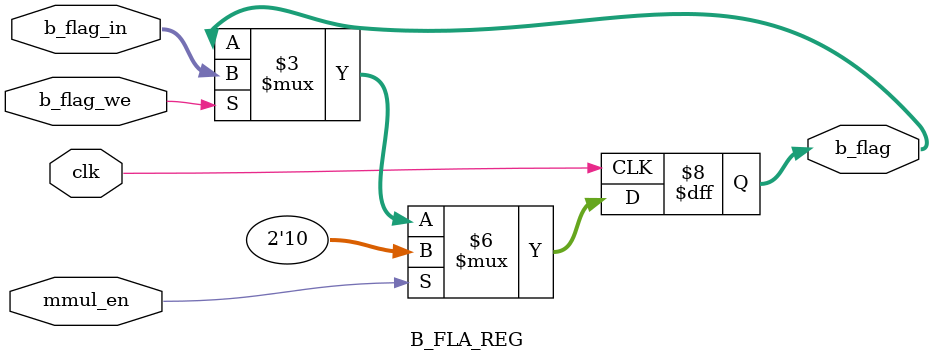
<source format=v>
module B_FLA_REG(b_flag,clk,mmul_en,b_flag_in,b_flag_we);
  output [1:0] b_flag;
  input clk,mmul_en,b_flag_we;
  input [1:0] b_flag_in;
  reg [1:0] b_flag;
  //b_flag=2'b00 represent that b is stored in regc.
  //b_flag=2'b01 represent that b is stored in regd.
  //b_flag=2'b10 represent that b is stored in regb.
  
  always @(posedge clk)
		  if(mmul_en)
		    b_flag <= 2'b10;//represent that b is stored in regb before operation start.
		  else if(b_flag_we)
			  b_flag <= b_flag_in;
			else
			  b_flag <= b_flag;		
endmodule
</source>
